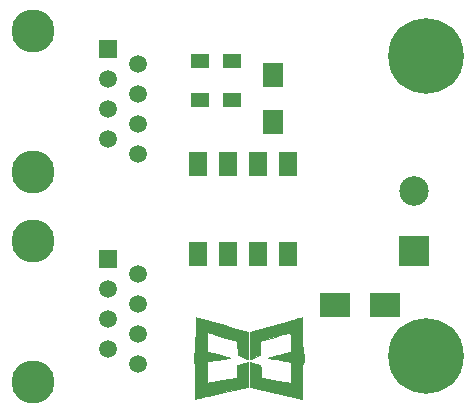
<source format=gts>
G04 #@! TF.FileFunction,Soldermask,Top*
%FSLAX46Y46*%
G04 Gerber Fmt 4.6, Leading zero omitted, Abs format (unit mm)*
G04 Created by KiCad (PCBNEW 4.0.4-stable) date Tue Nov 29 13:33:17 2016*
%MOMM*%
%LPD*%
G01*
G04 APERTURE LIST*
%ADD10C,0.100000*%
%ADD11C,0.010000*%
%ADD12C,3.649980*%
%ADD13R,1.501140X1.501140*%
%ADD14C,1.501140*%
%ADD15R,2.651760X2.029460*%
%ADD16R,1.500000X1.300000*%
%ADD17R,1.700000X2.000000*%
%ADD18R,1.524000X2.032000*%
%ADD19C,2.500000*%
%ADD20R,2.500000X2.500000*%
%ADD21C,6.400000*%
G04 APERTURE END LIST*
D10*
D11*
G36*
X136026123Y-109724014D02*
X136112465Y-109744488D01*
X136244361Y-109778705D01*
X136414118Y-109824612D01*
X136614043Y-109880152D01*
X136836445Y-109943272D01*
X136903373Y-109962506D01*
X137143885Y-110031818D01*
X137431780Y-110114782D01*
X137753424Y-110207470D01*
X138095182Y-110305951D01*
X138443419Y-110406298D01*
X138784502Y-110504581D01*
X139092637Y-110593368D01*
X140386450Y-110966168D01*
X140386450Y-112120084D01*
X140385819Y-112383575D01*
X140384024Y-112625824D01*
X140381209Y-112839794D01*
X140377521Y-113018450D01*
X140373105Y-113154756D01*
X140368106Y-113241675D01*
X140362670Y-113272172D01*
X140362637Y-113272171D01*
X140326538Y-113259187D01*
X140243636Y-113224768D01*
X140124987Y-113173637D01*
X139981652Y-113110514D01*
X139926075Y-113085737D01*
X139513325Y-112901131D01*
X139481575Y-111734415D01*
X138227450Y-111345593D01*
X137957233Y-111261984D01*
X137705862Y-111184527D01*
X137479807Y-111115192D01*
X137285538Y-111055950D01*
X137129528Y-111008771D01*
X137018245Y-110975624D01*
X136958162Y-110958481D01*
X136949512Y-110956511D01*
X136943156Y-110986806D01*
X136937440Y-111072312D01*
X136932600Y-111204739D01*
X136928872Y-111375799D01*
X136926494Y-111577204D01*
X136925700Y-111790539D01*
X136925700Y-112624828D01*
X137409887Y-112744251D01*
X137776237Y-112835377D01*
X138092864Y-112915740D01*
X138357875Y-112984821D01*
X138569376Y-113042100D01*
X138725471Y-113087060D01*
X138824267Y-113119183D01*
X138863869Y-113137948D01*
X138862122Y-113141817D01*
X138820648Y-113150214D01*
X138724503Y-113166900D01*
X138581786Y-113190556D01*
X138400595Y-113219864D01*
X138189030Y-113253505D01*
X137955188Y-113290160D01*
X137863880Y-113304341D01*
X136909825Y-113452136D01*
X136892973Y-115275704D01*
X136964899Y-115259971D01*
X137012148Y-115250925D01*
X137111781Y-115232762D01*
X137255523Y-115206939D01*
X137435099Y-115174913D01*
X137642234Y-115138140D01*
X137868655Y-115098078D01*
X138106085Y-115056183D01*
X138346251Y-115013911D01*
X138580877Y-114972719D01*
X138801689Y-114934064D01*
X139000413Y-114899402D01*
X139168774Y-114870190D01*
X139298496Y-114847885D01*
X139381306Y-114833943D01*
X139408830Y-114829750D01*
X139415605Y-114799777D01*
X139423932Y-114716882D01*
X139433014Y-114591597D01*
X139442055Y-114434459D01*
X139447817Y-114313812D01*
X139456710Y-114139005D01*
X139466721Y-113986990D01*
X139476937Y-113868864D01*
X139486444Y-113795727D01*
X139491922Y-113777457D01*
X139528961Y-113760943D01*
X139614508Y-113730690D01*
X139736155Y-113690881D01*
X139881492Y-113645698D01*
X139894325Y-113641809D01*
X140044972Y-113596208D01*
X140176985Y-113556176D01*
X140276529Y-113525914D01*
X140329766Y-113509623D01*
X140330887Y-113509274D01*
X140345958Y-113507847D01*
X140358036Y-113518077D01*
X140367449Y-113546149D01*
X140374528Y-113598250D01*
X140379601Y-113680565D01*
X140382998Y-113799280D01*
X140385049Y-113960580D01*
X140386083Y-114170651D01*
X140386430Y-114435679D01*
X140386450Y-114552434D01*
X140386449Y-115612898D01*
X138346512Y-116065613D01*
X137990967Y-116144538D01*
X137649560Y-116220365D01*
X137328037Y-116291815D01*
X137032140Y-116357610D01*
X136767613Y-116416472D01*
X136540201Y-116467121D01*
X136355647Y-116508281D01*
X136219694Y-116538673D01*
X136138088Y-116557018D01*
X136124012Y-116560223D01*
X135941450Y-116602118D01*
X135941450Y-115098948D01*
X135941386Y-114751295D01*
X135941046Y-114461742D01*
X135940204Y-114224893D01*
X135938635Y-114035347D01*
X135936115Y-113887705D01*
X135932417Y-113776570D01*
X135927318Y-113696543D01*
X135920591Y-113642223D01*
X135912013Y-113608214D01*
X135901357Y-113589116D01*
X135888399Y-113579530D01*
X135877950Y-113575625D01*
X135851120Y-113562642D01*
X135833115Y-113536519D01*
X135822194Y-113486191D01*
X135816614Y-113400593D01*
X135814635Y-113268660D01*
X135814449Y-113172173D01*
X135816036Y-113001672D01*
X135821591Y-112884266D01*
X135832306Y-112809611D01*
X135849371Y-112767360D01*
X135862650Y-112753625D01*
X135874215Y-112737727D01*
X135884299Y-112704707D01*
X135893181Y-112649375D01*
X135901139Y-112566542D01*
X135908451Y-112451018D01*
X135915394Y-112297615D01*
X135922248Y-112101142D01*
X135929291Y-111856411D01*
X135936799Y-111558231D01*
X135944491Y-111226304D01*
X135951592Y-110924703D01*
X135958806Y-110642888D01*
X135965932Y-110387140D01*
X135972767Y-110163741D01*
X135979110Y-109978973D01*
X135984758Y-109839116D01*
X135989508Y-109750453D01*
X135993026Y-109719339D01*
X136026123Y-109724014D01*
X136026123Y-109724014D01*
G37*
X136026123Y-109724014D02*
X136112465Y-109744488D01*
X136244361Y-109778705D01*
X136414118Y-109824612D01*
X136614043Y-109880152D01*
X136836445Y-109943272D01*
X136903373Y-109962506D01*
X137143885Y-110031818D01*
X137431780Y-110114782D01*
X137753424Y-110207470D01*
X138095182Y-110305951D01*
X138443419Y-110406298D01*
X138784502Y-110504581D01*
X139092637Y-110593368D01*
X140386450Y-110966168D01*
X140386450Y-112120084D01*
X140385819Y-112383575D01*
X140384024Y-112625824D01*
X140381209Y-112839794D01*
X140377521Y-113018450D01*
X140373105Y-113154756D01*
X140368106Y-113241675D01*
X140362670Y-113272172D01*
X140362637Y-113272171D01*
X140326538Y-113259187D01*
X140243636Y-113224768D01*
X140124987Y-113173637D01*
X139981652Y-113110514D01*
X139926075Y-113085737D01*
X139513325Y-112901131D01*
X139481575Y-111734415D01*
X138227450Y-111345593D01*
X137957233Y-111261984D01*
X137705862Y-111184527D01*
X137479807Y-111115192D01*
X137285538Y-111055950D01*
X137129528Y-111008771D01*
X137018245Y-110975624D01*
X136958162Y-110958481D01*
X136949512Y-110956511D01*
X136943156Y-110986806D01*
X136937440Y-111072312D01*
X136932600Y-111204739D01*
X136928872Y-111375799D01*
X136926494Y-111577204D01*
X136925700Y-111790539D01*
X136925700Y-112624828D01*
X137409887Y-112744251D01*
X137776237Y-112835377D01*
X138092864Y-112915740D01*
X138357875Y-112984821D01*
X138569376Y-113042100D01*
X138725471Y-113087060D01*
X138824267Y-113119183D01*
X138863869Y-113137948D01*
X138862122Y-113141817D01*
X138820648Y-113150214D01*
X138724503Y-113166900D01*
X138581786Y-113190556D01*
X138400595Y-113219864D01*
X138189030Y-113253505D01*
X137955188Y-113290160D01*
X137863880Y-113304341D01*
X136909825Y-113452136D01*
X136892973Y-115275704D01*
X136964899Y-115259971D01*
X137012148Y-115250925D01*
X137111781Y-115232762D01*
X137255523Y-115206939D01*
X137435099Y-115174913D01*
X137642234Y-115138140D01*
X137868655Y-115098078D01*
X138106085Y-115056183D01*
X138346251Y-115013911D01*
X138580877Y-114972719D01*
X138801689Y-114934064D01*
X139000413Y-114899402D01*
X139168774Y-114870190D01*
X139298496Y-114847885D01*
X139381306Y-114833943D01*
X139408830Y-114829750D01*
X139415605Y-114799777D01*
X139423932Y-114716882D01*
X139433014Y-114591597D01*
X139442055Y-114434459D01*
X139447817Y-114313812D01*
X139456710Y-114139005D01*
X139466721Y-113986990D01*
X139476937Y-113868864D01*
X139486444Y-113795727D01*
X139491922Y-113777457D01*
X139528961Y-113760943D01*
X139614508Y-113730690D01*
X139736155Y-113690881D01*
X139881492Y-113645698D01*
X139894325Y-113641809D01*
X140044972Y-113596208D01*
X140176985Y-113556176D01*
X140276529Y-113525914D01*
X140329766Y-113509623D01*
X140330887Y-113509274D01*
X140345958Y-113507847D01*
X140358036Y-113518077D01*
X140367449Y-113546149D01*
X140374528Y-113598250D01*
X140379601Y-113680565D01*
X140382998Y-113799280D01*
X140385049Y-113960580D01*
X140386083Y-114170651D01*
X140386430Y-114435679D01*
X140386450Y-114552434D01*
X140386449Y-115612898D01*
X138346512Y-116065613D01*
X137990967Y-116144538D01*
X137649560Y-116220365D01*
X137328037Y-116291815D01*
X137032140Y-116357610D01*
X136767613Y-116416472D01*
X136540201Y-116467121D01*
X136355647Y-116508281D01*
X136219694Y-116538673D01*
X136138088Y-116557018D01*
X136124012Y-116560223D01*
X135941450Y-116602118D01*
X135941450Y-115098948D01*
X135941386Y-114751295D01*
X135941046Y-114461742D01*
X135940204Y-114224893D01*
X135938635Y-114035347D01*
X135936115Y-113887705D01*
X135932417Y-113776570D01*
X135927318Y-113696543D01*
X135920591Y-113642223D01*
X135912013Y-113608214D01*
X135901357Y-113589116D01*
X135888399Y-113579530D01*
X135877950Y-113575625D01*
X135851120Y-113562642D01*
X135833115Y-113536519D01*
X135822194Y-113486191D01*
X135816614Y-113400593D01*
X135814635Y-113268660D01*
X135814449Y-113172173D01*
X135816036Y-113001672D01*
X135821591Y-112884266D01*
X135832306Y-112809611D01*
X135849371Y-112767360D01*
X135862650Y-112753625D01*
X135874215Y-112737727D01*
X135884299Y-112704707D01*
X135893181Y-112649375D01*
X135901139Y-112566542D01*
X135908451Y-112451018D01*
X135915394Y-112297615D01*
X135922248Y-112101142D01*
X135929291Y-111856411D01*
X135936799Y-111558231D01*
X135944491Y-111226304D01*
X135951592Y-110924703D01*
X135958806Y-110642888D01*
X135965932Y-110387140D01*
X135972767Y-110163741D01*
X135979110Y-109978973D01*
X135984758Y-109839116D01*
X135989508Y-109750453D01*
X135993026Y-109719339D01*
X136026123Y-109724014D01*
G36*
X144931229Y-109729596D02*
X144934930Y-109763394D01*
X144939697Y-109854397D01*
X144945329Y-109996321D01*
X144951627Y-110182884D01*
X144958390Y-110407801D01*
X144965418Y-110664790D01*
X144972512Y-110947569D01*
X144979169Y-111236104D01*
X144987192Y-111588422D01*
X144994502Y-111882467D01*
X145001378Y-112123456D01*
X145008098Y-112316610D01*
X145014942Y-112467146D01*
X145022188Y-112580283D01*
X145030117Y-112661240D01*
X145039007Y-112715236D01*
X145049137Y-112747489D01*
X145060786Y-112763218D01*
X145060850Y-112763265D01*
X145082313Y-112791179D01*
X145096680Y-112844721D01*
X145105167Y-112934349D01*
X145108989Y-113070518D01*
X145109550Y-113182173D01*
X145108801Y-113344392D01*
X145105402Y-113454175D01*
X145097620Y-113522579D01*
X145083722Y-113560662D01*
X145061975Y-113579481D01*
X145046356Y-113585527D01*
X145031710Y-113591817D01*
X145019480Y-113604172D01*
X145009412Y-113627998D01*
X145001251Y-113668702D01*
X144994743Y-113731689D01*
X144989634Y-113822365D01*
X144985670Y-113946136D01*
X144982596Y-114108407D01*
X144980157Y-114314586D01*
X144978101Y-114570077D01*
X144976171Y-114880287D01*
X144974919Y-115104096D01*
X144966675Y-116602607D01*
X142752112Y-116113214D01*
X140537549Y-115623822D01*
X140537550Y-114562896D01*
X140537721Y-114275226D01*
X140538453Y-114044871D01*
X140540077Y-113865647D01*
X140542921Y-113731367D01*
X140547314Y-113635848D01*
X140553587Y-113572904D01*
X140562067Y-113536351D01*
X140573084Y-113520004D01*
X140586968Y-113517679D01*
X140593112Y-113519200D01*
X140643874Y-113534662D01*
X140741607Y-113564209D01*
X140872465Y-113603660D01*
X141022601Y-113648836D01*
X141029675Y-113650963D01*
X141176473Y-113696212D01*
X141300600Y-113736580D01*
X141389636Y-113767880D01*
X141431159Y-113785920D01*
X141432077Y-113786685D01*
X141440611Y-113824059D01*
X141450459Y-113913774D01*
X141460709Y-114044711D01*
X141470448Y-114205750D01*
X141476182Y-114323812D01*
X141485040Y-114496705D01*
X141495020Y-114644961D01*
X141505219Y-114758044D01*
X141514734Y-114825418D01*
X141520393Y-114839750D01*
X141555710Y-114845079D01*
X141645234Y-114860092D01*
X141780655Y-114883324D01*
X141953668Y-114913310D01*
X142155962Y-114948587D01*
X142379232Y-114987690D01*
X142615169Y-115029155D01*
X142855465Y-115071518D01*
X143091813Y-115113315D01*
X143315904Y-115153081D01*
X143519431Y-115189353D01*
X143694086Y-115220665D01*
X143831562Y-115245554D01*
X143923550Y-115262556D01*
X143959100Y-115269560D01*
X144031026Y-115285704D01*
X144022600Y-114372695D01*
X144014175Y-113459686D01*
X143058260Y-113312496D01*
X142818061Y-113275271D01*
X142597235Y-113240591D01*
X142403846Y-113209759D01*
X142245964Y-113184076D01*
X142131654Y-113164848D01*
X142068984Y-113153375D01*
X142060381Y-113151318D01*
X142079272Y-113140468D01*
X142151901Y-113116402D01*
X142270388Y-113081241D01*
X142426851Y-113037108D01*
X142613409Y-112986124D01*
X142822180Y-112930410D01*
X143045283Y-112872088D01*
X143274837Y-112813281D01*
X143502961Y-112756108D01*
X143721774Y-112702693D01*
X143768112Y-112691601D01*
X143998300Y-112636723D01*
X143998300Y-111801486D01*
X143997434Y-111578686D01*
X143994994Y-111378299D01*
X143991217Y-111208609D01*
X143986338Y-111077902D01*
X143980594Y-110994459D01*
X143974487Y-110966511D01*
X143939982Y-110975677D01*
X143851317Y-111001748D01*
X143714964Y-111042753D01*
X143537393Y-111096721D01*
X143325076Y-111161684D01*
X143084482Y-111235670D01*
X142822083Y-111316709D01*
X142696550Y-111355593D01*
X141442425Y-111744415D01*
X141410675Y-112911131D01*
X140997925Y-113095737D01*
X140848402Y-113162022D01*
X140719582Y-113218020D01*
X140622522Y-113259006D01*
X140568281Y-113280260D01*
X140561362Y-113282171D01*
X140555923Y-113252025D01*
X140550921Y-113165415D01*
X140546501Y-113029378D01*
X140542809Y-112850950D01*
X140539989Y-112637166D01*
X140538187Y-112395064D01*
X140537550Y-112131678D01*
X140537550Y-110976221D01*
X142053612Y-110539791D01*
X142381209Y-110445474D01*
X142714048Y-110349626D01*
X143042350Y-110255065D01*
X143356335Y-110164609D01*
X143646221Y-110081076D01*
X143902229Y-110007283D01*
X144114579Y-109946048D01*
X144242973Y-109909000D01*
X144439211Y-109853186D01*
X144614278Y-109804986D01*
X144759245Y-109766727D01*
X144865183Y-109740736D01*
X144923164Y-109729342D01*
X144931229Y-109729596D01*
X144931229Y-109729596D01*
G37*
X144931229Y-109729596D02*
X144934930Y-109763394D01*
X144939697Y-109854397D01*
X144945329Y-109996321D01*
X144951627Y-110182884D01*
X144958390Y-110407801D01*
X144965418Y-110664790D01*
X144972512Y-110947569D01*
X144979169Y-111236104D01*
X144987192Y-111588422D01*
X144994502Y-111882467D01*
X145001378Y-112123456D01*
X145008098Y-112316610D01*
X145014942Y-112467146D01*
X145022188Y-112580283D01*
X145030117Y-112661240D01*
X145039007Y-112715236D01*
X145049137Y-112747489D01*
X145060786Y-112763218D01*
X145060850Y-112763265D01*
X145082313Y-112791179D01*
X145096680Y-112844721D01*
X145105167Y-112934349D01*
X145108989Y-113070518D01*
X145109550Y-113182173D01*
X145108801Y-113344392D01*
X145105402Y-113454175D01*
X145097620Y-113522579D01*
X145083722Y-113560662D01*
X145061975Y-113579481D01*
X145046356Y-113585527D01*
X145031710Y-113591817D01*
X145019480Y-113604172D01*
X145009412Y-113627998D01*
X145001251Y-113668702D01*
X144994743Y-113731689D01*
X144989634Y-113822365D01*
X144985670Y-113946136D01*
X144982596Y-114108407D01*
X144980157Y-114314586D01*
X144978101Y-114570077D01*
X144976171Y-114880287D01*
X144974919Y-115104096D01*
X144966675Y-116602607D01*
X142752112Y-116113214D01*
X140537549Y-115623822D01*
X140537550Y-114562896D01*
X140537721Y-114275226D01*
X140538453Y-114044871D01*
X140540077Y-113865647D01*
X140542921Y-113731367D01*
X140547314Y-113635848D01*
X140553587Y-113572904D01*
X140562067Y-113536351D01*
X140573084Y-113520004D01*
X140586968Y-113517679D01*
X140593112Y-113519200D01*
X140643874Y-113534662D01*
X140741607Y-113564209D01*
X140872465Y-113603660D01*
X141022601Y-113648836D01*
X141029675Y-113650963D01*
X141176473Y-113696212D01*
X141300600Y-113736580D01*
X141389636Y-113767880D01*
X141431159Y-113785920D01*
X141432077Y-113786685D01*
X141440611Y-113824059D01*
X141450459Y-113913774D01*
X141460709Y-114044711D01*
X141470448Y-114205750D01*
X141476182Y-114323812D01*
X141485040Y-114496705D01*
X141495020Y-114644961D01*
X141505219Y-114758044D01*
X141514734Y-114825418D01*
X141520393Y-114839750D01*
X141555710Y-114845079D01*
X141645234Y-114860092D01*
X141780655Y-114883324D01*
X141953668Y-114913310D01*
X142155962Y-114948587D01*
X142379232Y-114987690D01*
X142615169Y-115029155D01*
X142855465Y-115071518D01*
X143091813Y-115113315D01*
X143315904Y-115153081D01*
X143519431Y-115189353D01*
X143694086Y-115220665D01*
X143831562Y-115245554D01*
X143923550Y-115262556D01*
X143959100Y-115269560D01*
X144031026Y-115285704D01*
X144022600Y-114372695D01*
X144014175Y-113459686D01*
X143058260Y-113312496D01*
X142818061Y-113275271D01*
X142597235Y-113240591D01*
X142403846Y-113209759D01*
X142245964Y-113184076D01*
X142131654Y-113164848D01*
X142068984Y-113153375D01*
X142060381Y-113151318D01*
X142079272Y-113140468D01*
X142151901Y-113116402D01*
X142270388Y-113081241D01*
X142426851Y-113037108D01*
X142613409Y-112986124D01*
X142822180Y-112930410D01*
X143045283Y-112872088D01*
X143274837Y-112813281D01*
X143502961Y-112756108D01*
X143721774Y-112702693D01*
X143768112Y-112691601D01*
X143998300Y-112636723D01*
X143998300Y-111801486D01*
X143997434Y-111578686D01*
X143994994Y-111378299D01*
X143991217Y-111208609D01*
X143986338Y-111077902D01*
X143980594Y-110994459D01*
X143974487Y-110966511D01*
X143939982Y-110975677D01*
X143851317Y-111001748D01*
X143714964Y-111042753D01*
X143537393Y-111096721D01*
X143325076Y-111161684D01*
X143084482Y-111235670D01*
X142822083Y-111316709D01*
X142696550Y-111355593D01*
X141442425Y-111744415D01*
X141410675Y-112911131D01*
X140997925Y-113095737D01*
X140848402Y-113162022D01*
X140719582Y-113218020D01*
X140622522Y-113259006D01*
X140568281Y-113280260D01*
X140561362Y-113282171D01*
X140555923Y-113252025D01*
X140550921Y-113165415D01*
X140546501Y-113029378D01*
X140542809Y-112850950D01*
X140539989Y-112637166D01*
X140538187Y-112395064D01*
X140537550Y-112131678D01*
X140537550Y-110976221D01*
X142053612Y-110539791D01*
X142381209Y-110445474D01*
X142714048Y-110349626D01*
X143042350Y-110255065D01*
X143356335Y-110164609D01*
X143646221Y-110081076D01*
X143902229Y-110007283D01*
X144114579Y-109946048D01*
X144242973Y-109909000D01*
X144439211Y-109853186D01*
X144614278Y-109804986D01*
X144759245Y-109766727D01*
X144865183Y-109740736D01*
X144923164Y-109729342D01*
X144931229Y-109729596D01*
D12*
X122174000Y-97378520D03*
X122174000Y-85509100D03*
D13*
X128524000Y-86995000D03*
D14*
X131064000Y-88265000D03*
X128524000Y-89535000D03*
X131064000Y-90805000D03*
X128524000Y-92075000D03*
X131064000Y-93345000D03*
X128524000Y-94615000D03*
X131064000Y-95885000D03*
D15*
X147774660Y-108712000D03*
X151945340Y-108712000D03*
D12*
X122174000Y-115158520D03*
X122174000Y-103289100D03*
D13*
X128524000Y-104775000D03*
D14*
X131064000Y-106045000D03*
X128524000Y-107315000D03*
X131064000Y-108585000D03*
X128524000Y-109855000D03*
X131064000Y-111125000D03*
X128524000Y-112395000D03*
X131064000Y-113665000D03*
D16*
X136318000Y-88011000D03*
X139018000Y-88011000D03*
X136365000Y-91313000D03*
X139065000Y-91313000D03*
D17*
X142494000Y-93186000D03*
X142494000Y-89186000D03*
D18*
X143764000Y-96774000D03*
X141224000Y-96774000D03*
X138684000Y-96774000D03*
X136144000Y-96774000D03*
X136144000Y-104394000D03*
X138684000Y-104394000D03*
X141224000Y-104394000D03*
X143764000Y-104394000D03*
D19*
X154432000Y-99060000D03*
D20*
X154432000Y-104060000D03*
D21*
X155448000Y-87630000D03*
X155448000Y-113030000D03*
M02*

</source>
